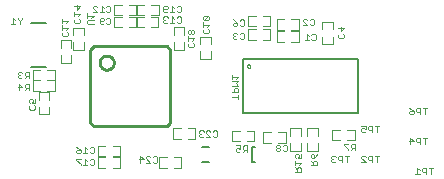
<source format=gbo>
G75*
%MOIN*%
%OFA0B0*%
%FSLAX25Y25*%
%IPPOS*%
%LPD*%
%AMOC8*
5,1,8,0,0,1.08239X$1,22.5*
%
%ADD10C,0.01000*%
%ADD11C,0.00300*%
%ADD12C,0.00197*%
%ADD13C,0.00500*%
%ADD14C,0.00394*%
%ADD15C,0.00800*%
D10*
X0110191Y0024745D02*
X0110191Y0049155D01*
X0111274Y0050237D01*
X0135683Y0050237D01*
X0136766Y0049155D01*
X0136766Y0024745D01*
X0135683Y0023663D01*
X0111274Y0023663D01*
X0110191Y0024745D01*
X0113243Y0044824D02*
X0113245Y0044921D01*
X0113251Y0045018D01*
X0113261Y0045114D01*
X0113275Y0045210D01*
X0113293Y0045306D01*
X0113314Y0045400D01*
X0113340Y0045494D01*
X0113369Y0045586D01*
X0113403Y0045677D01*
X0113439Y0045767D01*
X0113480Y0045855D01*
X0113524Y0045941D01*
X0113572Y0046026D01*
X0113623Y0046108D01*
X0113677Y0046189D01*
X0113735Y0046267D01*
X0113796Y0046342D01*
X0113859Y0046415D01*
X0113926Y0046486D01*
X0113996Y0046553D01*
X0114068Y0046618D01*
X0114143Y0046679D01*
X0114221Y0046738D01*
X0114300Y0046793D01*
X0114382Y0046845D01*
X0114466Y0046893D01*
X0114552Y0046938D01*
X0114640Y0046980D01*
X0114729Y0047018D01*
X0114820Y0047052D01*
X0114912Y0047082D01*
X0115005Y0047109D01*
X0115100Y0047131D01*
X0115195Y0047150D01*
X0115291Y0047165D01*
X0115387Y0047176D01*
X0115484Y0047183D01*
X0115581Y0047186D01*
X0115678Y0047185D01*
X0115775Y0047180D01*
X0115871Y0047171D01*
X0115967Y0047158D01*
X0116063Y0047141D01*
X0116158Y0047120D01*
X0116251Y0047096D01*
X0116344Y0047067D01*
X0116436Y0047035D01*
X0116526Y0046999D01*
X0116614Y0046960D01*
X0116701Y0046916D01*
X0116786Y0046870D01*
X0116869Y0046819D01*
X0116950Y0046766D01*
X0117028Y0046709D01*
X0117105Y0046649D01*
X0117178Y0046586D01*
X0117249Y0046520D01*
X0117317Y0046451D01*
X0117383Y0046379D01*
X0117445Y0046305D01*
X0117504Y0046228D01*
X0117560Y0046149D01*
X0117613Y0046067D01*
X0117663Y0045984D01*
X0117708Y0045898D01*
X0117751Y0045811D01*
X0117790Y0045722D01*
X0117825Y0045632D01*
X0117856Y0045540D01*
X0117883Y0045447D01*
X0117907Y0045353D01*
X0117927Y0045258D01*
X0117943Y0045162D01*
X0117955Y0045066D01*
X0117963Y0044969D01*
X0117967Y0044872D01*
X0117967Y0044776D01*
X0117963Y0044679D01*
X0117955Y0044582D01*
X0117943Y0044486D01*
X0117927Y0044390D01*
X0117907Y0044295D01*
X0117883Y0044201D01*
X0117856Y0044108D01*
X0117825Y0044016D01*
X0117790Y0043926D01*
X0117751Y0043837D01*
X0117708Y0043750D01*
X0117663Y0043664D01*
X0117613Y0043581D01*
X0117560Y0043499D01*
X0117504Y0043420D01*
X0117445Y0043343D01*
X0117383Y0043269D01*
X0117317Y0043197D01*
X0117249Y0043128D01*
X0117178Y0043062D01*
X0117105Y0042999D01*
X0117028Y0042939D01*
X0116950Y0042882D01*
X0116869Y0042829D01*
X0116786Y0042778D01*
X0116701Y0042732D01*
X0116614Y0042688D01*
X0116526Y0042649D01*
X0116436Y0042613D01*
X0116344Y0042581D01*
X0116251Y0042552D01*
X0116158Y0042528D01*
X0116063Y0042507D01*
X0115967Y0042490D01*
X0115871Y0042477D01*
X0115775Y0042468D01*
X0115678Y0042463D01*
X0115581Y0042462D01*
X0115484Y0042465D01*
X0115387Y0042472D01*
X0115291Y0042483D01*
X0115195Y0042498D01*
X0115100Y0042517D01*
X0115005Y0042539D01*
X0114912Y0042566D01*
X0114820Y0042596D01*
X0114729Y0042630D01*
X0114640Y0042668D01*
X0114552Y0042710D01*
X0114466Y0042755D01*
X0114382Y0042803D01*
X0114300Y0042855D01*
X0114221Y0042910D01*
X0114143Y0042969D01*
X0114068Y0043030D01*
X0113996Y0043095D01*
X0113926Y0043162D01*
X0113859Y0043233D01*
X0113796Y0043306D01*
X0113735Y0043381D01*
X0113677Y0043459D01*
X0113623Y0043540D01*
X0113572Y0043622D01*
X0113524Y0043707D01*
X0113480Y0043793D01*
X0113439Y0043881D01*
X0113403Y0043971D01*
X0113369Y0044062D01*
X0113340Y0044154D01*
X0113314Y0044248D01*
X0113293Y0044342D01*
X0113275Y0044438D01*
X0113261Y0044534D01*
X0113251Y0044630D01*
X0113245Y0044727D01*
X0113243Y0044824D01*
D11*
X0089729Y0030231D02*
X0089729Y0029531D01*
X0090079Y0029180D01*
X0091480Y0029180D01*
X0091831Y0029531D01*
X0091831Y0030231D01*
X0091480Y0030581D01*
X0091831Y0031390D02*
X0090780Y0031390D01*
X0091130Y0032091D01*
X0091130Y0032441D01*
X0090780Y0032791D01*
X0090079Y0032791D01*
X0089729Y0032441D01*
X0089729Y0031740D01*
X0090079Y0031390D01*
X0090079Y0030581D02*
X0089729Y0030231D01*
X0091831Y0031390D02*
X0091831Y0032791D01*
X0089749Y0035700D02*
X0089749Y0037802D01*
X0088698Y0037802D01*
X0088347Y0037451D01*
X0088347Y0036751D01*
X0088698Y0036401D01*
X0089749Y0036401D01*
X0089048Y0036401D02*
X0088347Y0035700D01*
X0087539Y0036751D02*
X0086137Y0036751D01*
X0086488Y0035700D02*
X0086488Y0037802D01*
X0087539Y0036751D01*
X0087188Y0039700D02*
X0086488Y0039700D01*
X0086137Y0040050D01*
X0086137Y0040401D01*
X0086488Y0040751D01*
X0086838Y0040751D01*
X0086488Y0040751D02*
X0086137Y0041101D01*
X0086137Y0041451D01*
X0086488Y0041802D01*
X0087188Y0041802D01*
X0087539Y0041451D01*
X0088347Y0041451D02*
X0088347Y0040751D01*
X0088698Y0040401D01*
X0089749Y0040401D01*
X0089749Y0039700D02*
X0089749Y0041802D01*
X0088698Y0041802D01*
X0088347Y0041451D01*
X0089048Y0040401D02*
X0088347Y0039700D01*
X0087539Y0040050D02*
X0087188Y0039700D01*
X0100979Y0053600D02*
X0100629Y0053950D01*
X0100629Y0054651D01*
X0100979Y0055001D01*
X0100629Y0055810D02*
X0100629Y0057211D01*
X0100629Y0056510D02*
X0102731Y0056510D01*
X0102030Y0055810D01*
X0102380Y0055001D02*
X0102731Y0054651D01*
X0102731Y0053950D01*
X0102380Y0053600D01*
X0100979Y0053600D01*
X0100629Y0058020D02*
X0100629Y0059421D01*
X0100629Y0058720D02*
X0102731Y0058720D01*
X0102030Y0058020D01*
X0104629Y0058450D02*
X0104629Y0059151D01*
X0104979Y0059501D01*
X0104629Y0060310D02*
X0104629Y0061711D01*
X0104629Y0061010D02*
X0106731Y0061010D01*
X0106030Y0060310D01*
X0106380Y0059501D02*
X0106731Y0059151D01*
X0106731Y0058450D01*
X0106380Y0058100D01*
X0104979Y0058100D01*
X0104629Y0058450D01*
X0109129Y0058651D02*
X0109129Y0057950D01*
X0109479Y0057600D01*
X0111231Y0057600D01*
X0111231Y0059001D02*
X0109479Y0059001D01*
X0109129Y0058651D01*
X0109129Y0059810D02*
X0109129Y0061211D01*
X0109129Y0060510D02*
X0111231Y0060510D01*
X0110530Y0059810D01*
X0113218Y0059351D02*
X0113568Y0059702D01*
X0114269Y0059702D01*
X0114619Y0059351D01*
X0114619Y0059001D01*
X0114269Y0058651D01*
X0113218Y0058651D01*
X0113218Y0059351D02*
X0113218Y0057950D01*
X0113568Y0057600D01*
X0114269Y0057600D01*
X0114619Y0057950D01*
X0115428Y0057950D02*
X0115778Y0057600D01*
X0116478Y0057600D01*
X0116829Y0057950D01*
X0116829Y0059351D01*
X0116478Y0059702D01*
X0115778Y0059702D01*
X0115428Y0059351D01*
X0115778Y0061600D02*
X0115428Y0061950D01*
X0115778Y0061600D02*
X0116478Y0061600D01*
X0116829Y0061950D01*
X0116829Y0063351D01*
X0116478Y0063702D01*
X0115778Y0063702D01*
X0115428Y0063351D01*
X0114619Y0063001D02*
X0113918Y0063702D01*
X0113918Y0061600D01*
X0113218Y0061600D02*
X0114619Y0061600D01*
X0112409Y0061600D02*
X0111008Y0063001D01*
X0111008Y0063351D01*
X0111358Y0063702D01*
X0112059Y0063702D01*
X0112409Y0063351D01*
X0112409Y0061600D02*
X0111008Y0061600D01*
X0106731Y0063571D02*
X0105680Y0062520D01*
X0105680Y0063921D01*
X0104629Y0063571D02*
X0106731Y0063571D01*
X0087329Y0059702D02*
X0087329Y0059351D01*
X0086628Y0058651D01*
X0086628Y0057600D01*
X0086628Y0058651D02*
X0085928Y0059351D01*
X0085928Y0059702D01*
X0085119Y0059001D02*
X0084418Y0059702D01*
X0084418Y0057600D01*
X0083718Y0057600D02*
X0085119Y0057600D01*
X0134508Y0058450D02*
X0134858Y0058100D01*
X0135559Y0058100D01*
X0135909Y0058450D01*
X0136718Y0058100D02*
X0138119Y0058100D01*
X0137418Y0058100D02*
X0137418Y0060202D01*
X0138119Y0059501D01*
X0138928Y0059851D02*
X0139278Y0060202D01*
X0139978Y0060202D01*
X0140329Y0059851D01*
X0140329Y0058450D01*
X0139978Y0058100D01*
X0139278Y0058100D01*
X0138928Y0058450D01*
X0135909Y0059851D02*
X0135559Y0060202D01*
X0134858Y0060202D01*
X0134508Y0059851D01*
X0134508Y0059501D01*
X0134858Y0059151D01*
X0134508Y0058801D01*
X0134508Y0058450D01*
X0134858Y0059151D02*
X0135208Y0059151D01*
X0134858Y0061600D02*
X0134508Y0061950D01*
X0134508Y0063351D01*
X0134858Y0063702D01*
X0135559Y0063702D01*
X0135909Y0063351D01*
X0135909Y0063001D01*
X0135559Y0062651D01*
X0134508Y0062651D01*
X0134858Y0061600D02*
X0135559Y0061600D01*
X0135909Y0061950D01*
X0136718Y0061600D02*
X0138119Y0061600D01*
X0137418Y0061600D02*
X0137418Y0063702D01*
X0138119Y0063001D01*
X0138928Y0063351D02*
X0139278Y0063702D01*
X0139978Y0063702D01*
X0140329Y0063351D01*
X0140329Y0061950D01*
X0139978Y0061600D01*
X0139278Y0061600D01*
X0138928Y0061950D01*
X0147629Y0060071D02*
X0147629Y0059370D01*
X0147979Y0059020D01*
X0149380Y0060421D01*
X0147979Y0060421D01*
X0147629Y0060071D01*
X0147979Y0059020D02*
X0149380Y0059020D01*
X0149731Y0059370D01*
X0149731Y0060071D01*
X0149380Y0060421D01*
X0147629Y0058211D02*
X0147629Y0056810D01*
X0147629Y0057510D02*
X0149731Y0057510D01*
X0149030Y0056810D01*
X0149380Y0056001D02*
X0149731Y0055651D01*
X0149731Y0054950D01*
X0149380Y0054600D01*
X0147979Y0054600D01*
X0147629Y0054950D01*
X0147629Y0055651D01*
X0147979Y0056001D01*
X0144831Y0055441D02*
X0144831Y0054740D01*
X0144480Y0054390D01*
X0144130Y0054390D01*
X0143780Y0054740D01*
X0143780Y0055441D01*
X0143429Y0055791D01*
X0143079Y0055791D01*
X0142729Y0055441D01*
X0142729Y0054740D01*
X0143079Y0054390D01*
X0143429Y0054390D01*
X0143780Y0054740D01*
X0143780Y0055441D02*
X0144130Y0055791D01*
X0144480Y0055791D01*
X0144831Y0055441D01*
X0142729Y0053581D02*
X0142729Y0052180D01*
X0142729Y0052881D02*
X0144831Y0052881D01*
X0144130Y0052180D01*
X0144480Y0051372D02*
X0144831Y0051021D01*
X0144831Y0050321D01*
X0144480Y0049970D01*
X0143079Y0049970D01*
X0142729Y0050321D01*
X0142729Y0051021D01*
X0143079Y0051372D01*
X0157718Y0052950D02*
X0158068Y0052600D01*
X0158769Y0052600D01*
X0159119Y0052950D01*
X0159928Y0052950D02*
X0160278Y0052600D01*
X0160978Y0052600D01*
X0161329Y0052950D01*
X0161329Y0054351D01*
X0160978Y0054702D01*
X0160278Y0054702D01*
X0159928Y0054351D01*
X0159119Y0054351D02*
X0158769Y0054702D01*
X0158068Y0054702D01*
X0157718Y0054351D01*
X0157718Y0054001D01*
X0158068Y0053651D01*
X0157718Y0053301D01*
X0157718Y0052950D01*
X0158068Y0053651D02*
X0158418Y0053651D01*
X0158068Y0057100D02*
X0157718Y0057450D01*
X0157718Y0057801D01*
X0158068Y0058151D01*
X0159119Y0058151D01*
X0159119Y0057450D01*
X0158769Y0057100D01*
X0158068Y0057100D01*
X0159119Y0058151D02*
X0158418Y0058851D01*
X0157718Y0059202D01*
X0159928Y0058851D02*
X0160278Y0059202D01*
X0160978Y0059202D01*
X0161329Y0058851D01*
X0161329Y0057450D01*
X0160978Y0057100D01*
X0160278Y0057100D01*
X0159928Y0057450D01*
X0181137Y0057200D02*
X0182539Y0057200D01*
X0181137Y0058601D01*
X0181137Y0058951D01*
X0181488Y0059302D01*
X0182188Y0059302D01*
X0182539Y0058951D01*
X0183347Y0058951D02*
X0183698Y0059302D01*
X0184398Y0059302D01*
X0184749Y0058951D01*
X0184749Y0057550D01*
X0184398Y0057200D01*
X0183698Y0057200D01*
X0183347Y0057550D01*
X0184198Y0054302D02*
X0184898Y0054302D01*
X0185249Y0053951D01*
X0185249Y0052550D01*
X0184898Y0052200D01*
X0184198Y0052200D01*
X0183847Y0052550D01*
X0183039Y0052200D02*
X0181637Y0052200D01*
X0182338Y0052200D02*
X0182338Y0054302D01*
X0183039Y0053601D01*
X0183847Y0053951D02*
X0184198Y0054302D01*
X0192629Y0054151D02*
X0192979Y0054501D01*
X0192629Y0054151D02*
X0192629Y0053450D01*
X0192979Y0053100D01*
X0194380Y0053100D01*
X0194731Y0053450D01*
X0194731Y0054151D01*
X0194380Y0054501D01*
X0193680Y0055310D02*
X0193680Y0056711D01*
X0194731Y0056361D02*
X0193680Y0055310D01*
X0192629Y0056361D02*
X0194731Y0056361D01*
X0157229Y0040791D02*
X0157229Y0039390D01*
X0157229Y0040091D02*
X0159331Y0040091D01*
X0158630Y0039390D01*
X0159331Y0038581D02*
X0157229Y0038581D01*
X0158630Y0037881D02*
X0159331Y0038581D01*
X0158630Y0037881D02*
X0159331Y0037180D01*
X0157229Y0037180D01*
X0158280Y0036372D02*
X0157929Y0036021D01*
X0157929Y0034970D01*
X0157229Y0034970D02*
X0159331Y0034970D01*
X0159331Y0036021D01*
X0158980Y0036372D01*
X0158280Y0036372D01*
X0159331Y0034162D02*
X0159331Y0032760D01*
X0159331Y0033461D02*
X0157229Y0033461D01*
X0151978Y0022202D02*
X0152329Y0021851D01*
X0152329Y0020450D01*
X0151978Y0020100D01*
X0151278Y0020100D01*
X0150928Y0020450D01*
X0150119Y0020100D02*
X0148718Y0021501D01*
X0148718Y0021851D01*
X0149068Y0022202D01*
X0149769Y0022202D01*
X0150119Y0021851D01*
X0150928Y0021851D02*
X0151278Y0022202D01*
X0151978Y0022202D01*
X0147909Y0021851D02*
X0147559Y0022202D01*
X0146858Y0022202D01*
X0146508Y0021851D01*
X0146508Y0021501D01*
X0146858Y0021151D01*
X0146508Y0020801D01*
X0146508Y0020450D01*
X0146858Y0020100D01*
X0147559Y0020100D01*
X0147909Y0020450D01*
X0148718Y0020100D02*
X0150119Y0020100D01*
X0147208Y0021151D02*
X0146858Y0021151D01*
X0158718Y0017202D02*
X0160119Y0017202D01*
X0160119Y0016151D01*
X0159418Y0016501D01*
X0159068Y0016501D01*
X0158718Y0016151D01*
X0158718Y0015450D01*
X0159068Y0015100D01*
X0159769Y0015100D01*
X0160119Y0015450D01*
X0160928Y0015100D02*
X0161628Y0015801D01*
X0161278Y0015801D02*
X0162329Y0015801D01*
X0162329Y0015100D02*
X0162329Y0017202D01*
X0161278Y0017202D01*
X0160928Y0016851D01*
X0160928Y0016151D01*
X0161278Y0015801D01*
X0172137Y0015901D02*
X0172137Y0015550D01*
X0172488Y0015200D01*
X0173188Y0015200D01*
X0173539Y0015550D01*
X0173539Y0015901D01*
X0173188Y0016251D01*
X0172488Y0016251D01*
X0172137Y0015901D01*
X0172488Y0016251D02*
X0172137Y0016601D01*
X0172137Y0016951D01*
X0172488Y0017302D01*
X0173188Y0017302D01*
X0173539Y0016951D01*
X0173539Y0016601D01*
X0173188Y0016251D01*
X0174347Y0016951D02*
X0174698Y0017302D01*
X0175398Y0017302D01*
X0175749Y0016951D01*
X0175749Y0015550D01*
X0175398Y0015200D01*
X0174698Y0015200D01*
X0174347Y0015550D01*
X0178229Y0013941D02*
X0178229Y0013240D01*
X0178579Y0012890D01*
X0179280Y0012890D02*
X0179630Y0013591D01*
X0179630Y0013941D01*
X0179280Y0014291D01*
X0178579Y0014291D01*
X0178229Y0013941D01*
X0179280Y0012890D02*
X0180331Y0012890D01*
X0180331Y0014291D01*
X0183729Y0013941D02*
X0183729Y0013240D01*
X0184079Y0012890D01*
X0184780Y0012890D01*
X0184780Y0013941D01*
X0184429Y0014291D01*
X0184079Y0014291D01*
X0183729Y0013941D01*
X0184780Y0012890D02*
X0185480Y0013591D01*
X0185831Y0014291D01*
X0185480Y0012081D02*
X0184780Y0012081D01*
X0184429Y0011731D01*
X0184429Y0010680D01*
X0183729Y0010680D02*
X0185831Y0010680D01*
X0185831Y0011731D01*
X0185480Y0012081D01*
X0184429Y0011381D02*
X0183729Y0012081D01*
X0180331Y0011381D02*
X0178229Y0011381D01*
X0178229Y0012081D02*
X0178229Y0010680D01*
X0178229Y0009872D02*
X0178929Y0009171D01*
X0178929Y0009521D02*
X0178929Y0008470D01*
X0178229Y0008470D02*
X0180331Y0008470D01*
X0180331Y0009521D01*
X0179980Y0009872D01*
X0179280Y0009872D01*
X0178929Y0009521D01*
X0179630Y0010680D02*
X0180331Y0011381D01*
X0190508Y0011950D02*
X0190858Y0011600D01*
X0191559Y0011600D01*
X0191909Y0011950D01*
X0191208Y0012651D02*
X0190858Y0012651D01*
X0190508Y0012301D01*
X0190508Y0011950D01*
X0190858Y0012651D02*
X0190508Y0013001D01*
X0190508Y0013351D01*
X0190858Y0013702D01*
X0191559Y0013702D01*
X0191909Y0013351D01*
X0192718Y0013351D02*
X0192718Y0012651D01*
X0193068Y0012301D01*
X0194119Y0012301D01*
X0194119Y0011600D02*
X0194119Y0013702D01*
X0193068Y0013702D01*
X0192718Y0013351D01*
X0194928Y0013702D02*
X0196329Y0013702D01*
X0195628Y0013702D02*
X0195628Y0011600D01*
X0200508Y0011600D02*
X0201909Y0011600D01*
X0200508Y0013001D01*
X0200508Y0013351D01*
X0200858Y0013702D01*
X0201559Y0013702D01*
X0201909Y0013351D01*
X0202718Y0013351D02*
X0202718Y0012651D01*
X0203068Y0012301D01*
X0204119Y0012301D01*
X0204119Y0011600D02*
X0204119Y0013702D01*
X0203068Y0013702D01*
X0202718Y0013351D01*
X0204928Y0013702D02*
X0206329Y0013702D01*
X0205628Y0013702D02*
X0205628Y0011600D01*
X0198329Y0015600D02*
X0198329Y0017702D01*
X0197278Y0017702D01*
X0196928Y0017351D01*
X0196928Y0016651D01*
X0197278Y0016301D01*
X0198329Y0016301D01*
X0197628Y0016301D02*
X0196928Y0015600D01*
X0196119Y0015600D02*
X0196119Y0015950D01*
X0194718Y0017351D01*
X0194718Y0017702D01*
X0196119Y0017702D01*
X0200508Y0021950D02*
X0200858Y0021600D01*
X0201559Y0021600D01*
X0201909Y0021950D01*
X0201909Y0022651D02*
X0201208Y0023001D01*
X0200858Y0023001D01*
X0200508Y0022651D01*
X0200508Y0021950D01*
X0201909Y0022651D02*
X0201909Y0023702D01*
X0200508Y0023702D01*
X0202718Y0023351D02*
X0202718Y0022651D01*
X0203068Y0022301D01*
X0204119Y0022301D01*
X0204119Y0021600D02*
X0204119Y0023702D01*
X0203068Y0023702D01*
X0202718Y0023351D01*
X0204928Y0023702D02*
X0206329Y0023702D01*
X0205628Y0023702D02*
X0205628Y0021600D01*
X0216508Y0018651D02*
X0217909Y0018651D01*
X0216858Y0019702D01*
X0216858Y0017600D01*
X0218718Y0018651D02*
X0219068Y0018301D01*
X0220119Y0018301D01*
X0220119Y0017600D02*
X0220119Y0019702D01*
X0219068Y0019702D01*
X0218718Y0019351D01*
X0218718Y0018651D01*
X0220928Y0019702D02*
X0222329Y0019702D01*
X0221628Y0019702D02*
X0221628Y0017600D01*
X0222119Y0009702D02*
X0221068Y0009702D01*
X0220718Y0009351D01*
X0220718Y0008651D01*
X0221068Y0008301D01*
X0222119Y0008301D01*
X0222119Y0007600D02*
X0222119Y0009702D01*
X0222928Y0009702D02*
X0224329Y0009702D01*
X0223628Y0009702D02*
X0223628Y0007600D01*
X0219909Y0007600D02*
X0218508Y0007600D01*
X0219208Y0007600D02*
X0219208Y0009702D01*
X0219909Y0009001D01*
X0220119Y0027600D02*
X0220119Y0029702D01*
X0219068Y0029702D01*
X0218718Y0029351D01*
X0218718Y0028651D01*
X0219068Y0028301D01*
X0220119Y0028301D01*
X0221628Y0027600D02*
X0221628Y0029702D01*
X0220928Y0029702D02*
X0222329Y0029702D01*
X0217909Y0028651D02*
X0217909Y0027950D01*
X0217559Y0027600D01*
X0216858Y0027600D01*
X0216508Y0027950D01*
X0216508Y0028301D01*
X0216858Y0028651D01*
X0217909Y0028651D01*
X0217208Y0029351D01*
X0216508Y0029702D01*
X0132329Y0013251D02*
X0132329Y0011850D01*
X0131978Y0011500D01*
X0131278Y0011500D01*
X0130928Y0011850D01*
X0130119Y0011500D02*
X0128718Y0011500D01*
X0127909Y0012551D02*
X0126508Y0012551D01*
X0126858Y0011500D02*
X0126858Y0013602D01*
X0127909Y0012551D01*
X0128718Y0012901D02*
X0128718Y0013251D01*
X0129068Y0013602D01*
X0129769Y0013602D01*
X0130119Y0013251D01*
X0130928Y0013251D02*
X0131278Y0013602D01*
X0131978Y0013602D01*
X0132329Y0013251D01*
X0130119Y0011500D02*
X0128718Y0012901D01*
X0111329Y0012351D02*
X0111329Y0010950D01*
X0110978Y0010600D01*
X0110278Y0010600D01*
X0109928Y0010950D01*
X0109119Y0010600D02*
X0107718Y0010600D01*
X0108418Y0010600D02*
X0108418Y0012702D01*
X0109119Y0012001D01*
X0109928Y0012351D02*
X0110278Y0012702D01*
X0110978Y0012702D01*
X0111329Y0012351D01*
X0110978Y0014600D02*
X0110278Y0014600D01*
X0109928Y0014950D01*
X0109119Y0014600D02*
X0107718Y0014600D01*
X0108418Y0014600D02*
X0108418Y0016702D01*
X0109119Y0016001D01*
X0109928Y0016351D02*
X0110278Y0016702D01*
X0110978Y0016702D01*
X0111329Y0016351D01*
X0111329Y0014950D01*
X0110978Y0014600D01*
X0106909Y0014950D02*
X0106559Y0014600D01*
X0105858Y0014600D01*
X0105508Y0014950D01*
X0105508Y0015301D01*
X0105858Y0015651D01*
X0106909Y0015651D01*
X0106909Y0014950D01*
X0106909Y0015651D02*
X0106208Y0016351D01*
X0105508Y0016702D01*
X0105508Y0012702D02*
X0105508Y0012351D01*
X0106909Y0010950D01*
X0106909Y0010600D01*
X0106909Y0012702D02*
X0105508Y0012702D01*
D12*
X0162336Y0043643D02*
X0162338Y0043690D01*
X0162344Y0043736D01*
X0162353Y0043782D01*
X0162367Y0043826D01*
X0162384Y0043870D01*
X0162405Y0043911D01*
X0162429Y0043951D01*
X0162456Y0043989D01*
X0162487Y0044024D01*
X0162520Y0044057D01*
X0162556Y0044087D01*
X0162595Y0044113D01*
X0162635Y0044137D01*
X0162677Y0044156D01*
X0162721Y0044173D01*
X0162766Y0044185D01*
X0162812Y0044194D01*
X0162858Y0044199D01*
X0162905Y0044200D01*
X0162951Y0044197D01*
X0162997Y0044190D01*
X0163043Y0044179D01*
X0163087Y0044165D01*
X0163130Y0044147D01*
X0163171Y0044125D01*
X0163211Y0044100D01*
X0163248Y0044072D01*
X0163283Y0044041D01*
X0163315Y0044007D01*
X0163344Y0043970D01*
X0163369Y0043932D01*
X0163392Y0043891D01*
X0163411Y0043848D01*
X0163426Y0043804D01*
X0163438Y0043759D01*
X0163446Y0043713D01*
X0163450Y0043666D01*
X0163450Y0043620D01*
X0163446Y0043573D01*
X0163438Y0043527D01*
X0163426Y0043482D01*
X0163411Y0043438D01*
X0163392Y0043395D01*
X0163369Y0043354D01*
X0163344Y0043316D01*
X0163315Y0043279D01*
X0163283Y0043245D01*
X0163248Y0043214D01*
X0163211Y0043186D01*
X0163172Y0043161D01*
X0163130Y0043139D01*
X0163087Y0043121D01*
X0163043Y0043107D01*
X0162997Y0043096D01*
X0162951Y0043089D01*
X0162905Y0043086D01*
X0162858Y0043087D01*
X0162812Y0043092D01*
X0162766Y0043101D01*
X0162721Y0043113D01*
X0162677Y0043130D01*
X0162635Y0043149D01*
X0162595Y0043173D01*
X0162556Y0043199D01*
X0162520Y0043229D01*
X0162487Y0043262D01*
X0162456Y0043297D01*
X0162429Y0043335D01*
X0162405Y0043375D01*
X0162384Y0043416D01*
X0162367Y0043460D01*
X0162353Y0043504D01*
X0162344Y0043550D01*
X0162338Y0043596D01*
X0162336Y0043643D01*
D13*
X0160924Y0045911D02*
X0199433Y0045911D01*
X0199433Y0027989D01*
X0160924Y0027989D01*
X0160924Y0045911D01*
X0163957Y0016856D02*
X0165138Y0016856D01*
X0163957Y0016856D02*
X0163957Y0011738D01*
X0165138Y0011738D01*
X0149709Y0011738D02*
X0147347Y0011738D01*
X0147347Y0016856D02*
X0149709Y0016856D01*
D14*
X0145169Y0019478D02*
X0142610Y0019478D01*
X0140248Y0019478D02*
X0137689Y0019478D01*
X0137689Y0023022D01*
X0140248Y0023022D01*
X0142610Y0023022D02*
X0145169Y0023022D01*
X0145169Y0019478D01*
X0157339Y0018578D02*
X0159898Y0018578D01*
X0162260Y0018578D02*
X0164819Y0018578D01*
X0164819Y0022122D01*
X0162260Y0022122D01*
X0159898Y0022122D02*
X0157339Y0022122D01*
X0157339Y0018578D01*
X0167839Y0018128D02*
X0167839Y0021672D01*
X0170398Y0021672D01*
X0172760Y0021672D02*
X0175319Y0021672D01*
X0175319Y0018128D01*
X0172760Y0018128D01*
X0170398Y0018128D02*
X0167839Y0018128D01*
X0176857Y0018069D02*
X0176857Y0015510D01*
X0180400Y0015510D01*
X0180400Y0018069D01*
X0182357Y0018019D02*
X0182357Y0015460D01*
X0185900Y0015460D01*
X0185900Y0018019D01*
X0185900Y0020381D02*
X0185900Y0022940D01*
X0182357Y0022940D01*
X0182357Y0020381D01*
X0180400Y0020431D02*
X0180400Y0022990D01*
X0176857Y0022990D01*
X0176857Y0020431D01*
X0190789Y0018928D02*
X0193348Y0018928D01*
X0195710Y0018928D02*
X0198269Y0018928D01*
X0198269Y0022472D01*
X0195710Y0022472D01*
X0193348Y0022472D02*
X0190789Y0022472D01*
X0190789Y0018928D01*
X0140469Y0013372D02*
X0140469Y0009828D01*
X0137910Y0009828D01*
X0135548Y0009828D02*
X0132989Y0009828D01*
X0132989Y0013372D01*
X0135548Y0013372D01*
X0137910Y0013372D02*
X0140469Y0013372D01*
X0120119Y0013322D02*
X0120119Y0009778D01*
X0117560Y0009778D01*
X0115198Y0009778D02*
X0112639Y0009778D01*
X0112639Y0013322D01*
X0115198Y0013322D01*
X0115198Y0013578D02*
X0112639Y0013578D01*
X0112639Y0017122D01*
X0115198Y0017122D01*
X0117560Y0017122D02*
X0120119Y0017122D01*
X0120119Y0013578D01*
X0117560Y0013578D01*
X0117560Y0013322D02*
X0120119Y0013322D01*
X0096450Y0027560D02*
X0092907Y0027560D01*
X0092907Y0030119D01*
X0096450Y0030119D02*
X0096450Y0027560D01*
X0096450Y0032481D02*
X0096450Y0035040D01*
X0092907Y0035040D01*
X0092907Y0032481D01*
X0093448Y0035428D02*
X0090889Y0035428D01*
X0090889Y0038972D01*
X0093448Y0038972D01*
X0093448Y0038928D02*
X0090889Y0038928D01*
X0090889Y0042472D01*
X0093448Y0042472D01*
X0095810Y0042472D02*
X0098369Y0042472D01*
X0098369Y0038928D01*
X0095810Y0038928D01*
X0095810Y0038972D02*
X0098369Y0038972D01*
X0098369Y0035428D01*
X0095810Y0035428D01*
X0100307Y0044810D02*
X0100307Y0047369D01*
X0100307Y0049731D02*
X0100307Y0052290D01*
X0103850Y0052290D01*
X0103850Y0049731D01*
X0104507Y0049010D02*
X0104507Y0051569D01*
X0108050Y0051569D02*
X0108050Y0049010D01*
X0104507Y0049010D01*
X0103850Y0047369D02*
X0103850Y0044810D01*
X0100307Y0044810D01*
X0104507Y0053931D02*
X0104507Y0056490D01*
X0108050Y0056490D01*
X0108050Y0053931D01*
X0118089Y0056628D02*
X0120648Y0056628D01*
X0123010Y0056628D02*
X0125569Y0056628D01*
X0125569Y0060172D01*
X0123010Y0060172D01*
X0123010Y0060628D02*
X0125569Y0060628D01*
X0125569Y0064172D01*
X0123010Y0064172D01*
X0120648Y0064172D02*
X0118089Y0064172D01*
X0118089Y0060628D01*
X0120648Y0060628D01*
X0120648Y0060172D02*
X0118089Y0060172D01*
X0118089Y0056628D01*
X0125389Y0056628D02*
X0125389Y0060172D01*
X0127948Y0060172D01*
X0127998Y0060628D02*
X0125439Y0060628D01*
X0125439Y0064172D01*
X0127998Y0064172D01*
X0130360Y0064172D02*
X0132919Y0064172D01*
X0132919Y0060628D01*
X0130360Y0060628D01*
X0130310Y0060172D02*
X0132869Y0060172D01*
X0132869Y0056628D01*
X0130310Y0056628D01*
X0127948Y0056628D02*
X0125389Y0056628D01*
X0137907Y0056640D02*
X0137907Y0054081D01*
X0141450Y0054081D02*
X0141450Y0056640D01*
X0137907Y0056640D01*
X0146857Y0053490D02*
X0146857Y0050931D01*
X0150400Y0050931D02*
X0150400Y0053490D01*
X0146857Y0053490D01*
X0141450Y0051719D02*
X0141450Y0049160D01*
X0137907Y0049160D01*
X0137907Y0051719D01*
X0146857Y0048569D02*
X0146857Y0046010D01*
X0150400Y0046010D01*
X0150400Y0048569D01*
X0162689Y0052478D02*
X0162689Y0056022D01*
X0165248Y0056022D01*
X0165248Y0056928D02*
X0162689Y0056928D01*
X0162689Y0060472D01*
X0165248Y0060472D01*
X0167610Y0060472D02*
X0170169Y0060472D01*
X0170169Y0056928D01*
X0167610Y0056928D01*
X0167610Y0056022D02*
X0170169Y0056022D01*
X0170169Y0052478D01*
X0167610Y0052478D01*
X0165248Y0052478D02*
X0162689Y0052478D01*
X0172239Y0051678D02*
X0174798Y0051678D01*
X0177160Y0051678D02*
X0179719Y0051678D01*
X0179719Y0055222D01*
X0177160Y0055222D01*
X0177160Y0055828D02*
X0179719Y0055828D01*
X0179719Y0059372D01*
X0177160Y0059372D01*
X0174798Y0059372D02*
X0172239Y0059372D01*
X0172239Y0055828D01*
X0174798Y0055828D01*
X0174798Y0055222D02*
X0172239Y0055222D01*
X0172239Y0051678D01*
X0187507Y0050960D02*
X0191050Y0050960D01*
X0191050Y0053519D01*
X0187507Y0053519D02*
X0187507Y0050960D01*
X0187507Y0055881D02*
X0187507Y0058440D01*
X0191050Y0058440D01*
X0191050Y0055881D01*
D15*
X0095328Y0058067D02*
X0090210Y0058067D01*
X0090210Y0043303D02*
X0095328Y0043303D01*
M02*

</source>
